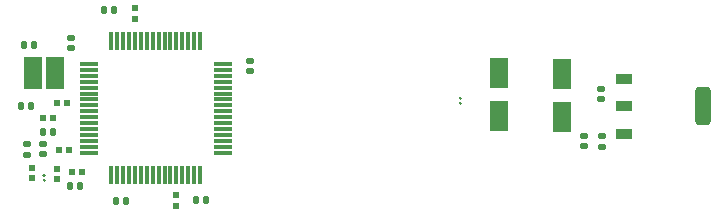
<source format=gbr>
%TF.GenerationSoftware,KiCad,Pcbnew,7.0.9*%
%TF.CreationDate,2024-02-06T13:27:41-04:00*%
%TF.ProjectId,proyecto_micro_v1,70726f79-6563-4746-9f5f-6d6963726f5f,rev?*%
%TF.SameCoordinates,Original*%
%TF.FileFunction,Paste,Top*%
%TF.FilePolarity,Positive*%
%FSLAX46Y46*%
G04 Gerber Fmt 4.6, Leading zero omitted, Abs format (unit mm)*
G04 Created by KiCad (PCBNEW 7.0.9) date 2024-02-06 13:27:41*
%MOMM*%
%LPD*%
G01*
G04 APERTURE LIST*
G04 Aperture macros list*
%AMRoundRect*
0 Rectangle with rounded corners*
0 $1 Rounding radius*
0 $2 $3 $4 $5 $6 $7 $8 $9 X,Y pos of 4 corners*
0 Add a 4 corners polygon primitive as box body*
4,1,4,$2,$3,$4,$5,$6,$7,$8,$9,$2,$3,0*
0 Add four circle primitives for the rounded corners*
1,1,$1+$1,$2,$3*
1,1,$1+$1,$4,$5*
1,1,$1+$1,$6,$7*
1,1,$1+$1,$8,$9*
0 Add four rect primitives between the rounded corners*
20,1,$1+$1,$2,$3,$4,$5,0*
20,1,$1+$1,$4,$5,$6,$7,0*
20,1,$1+$1,$6,$7,$8,$9,0*
20,1,$1+$1,$8,$9,$2,$3,0*%
G04 Aperture macros list end*
%ADD10C,0.128000*%
%ADD11RoundRect,0.075600X-0.194400X0.224400X-0.194400X-0.224400X0.194400X-0.224400X0.194400X0.224400X0*%
%ADD12RoundRect,0.075000X-0.700000X-0.075000X0.700000X-0.075000X0.700000X0.075000X-0.700000X0.075000X0*%
%ADD13RoundRect,0.075000X-0.075000X-0.700000X0.075000X-0.700000X0.075000X0.700000X-0.075000X0.700000X0*%
%ADD14RoundRect,0.075600X-0.224400X-0.194400X0.224400X-0.194400X0.224400X0.194400X-0.224400X0.194400X0*%
%ADD15RoundRect,0.075600X0.224400X0.194400X-0.224400X0.194400X-0.224400X-0.194400X0.224400X-0.194400X0*%
%ADD16RoundRect,0.065100X-0.589900X-0.399900X0.589900X-0.399900X0.589900X0.399900X-0.589900X0.399900X0*%
%ADD17RoundRect,0.314400X-0.340600X-1.305600X0.340600X-1.305600X0.340600X1.305600X-0.340600X1.305600X0*%
%ADD18R,0.560000X0.600000*%
%ADD19R,0.600000X0.560000*%
%ADD20RoundRect,0.250000X0.550000X-1.050000X0.550000X1.050000X-0.550000X1.050000X-0.550000X-1.050000X0*%
%ADD21R,0.600000X0.540000*%
%ADD22R,1.500000X2.700000*%
%ADD23RoundRect,0.075600X0.194400X-0.224400X0.194400X0.224400X-0.194400X0.224400X-0.194400X-0.224400X0*%
G04 APERTURE END LIST*
D10*
%TO.C,U4*%
X138144000Y-81902000D02*
G75*
G03*
X138144000Y-81902000I-64000J0D01*
G01*
X138144000Y-82318000D02*
G75*
G03*
X138144000Y-82318000I-64000J0D01*
G01*
%TO.C,U5*%
X173384000Y-75778000D02*
G75*
G03*
X173384000Y-75778000I-64000J0D01*
G01*
X173384000Y-75362000D02*
G75*
G03*
X173384000Y-75362000I-64000J0D01*
G01*
%TD*%
D11*
%TO.C,C12*%
X137230000Y-70880000D03*
X136370000Y-70880000D03*
%TD*%
D12*
%TO.C,IC1*%
X141855000Y-72480000D03*
X141855000Y-72980000D03*
X141855000Y-73480000D03*
X141855000Y-73980000D03*
X141855000Y-74480000D03*
X141855000Y-74980000D03*
X141855000Y-75480000D03*
X141855000Y-75980000D03*
X141855000Y-76480000D03*
X141855000Y-76980000D03*
X141855000Y-77480000D03*
X141855000Y-77980000D03*
X141855000Y-78480000D03*
X141855000Y-78980000D03*
X141855000Y-79480000D03*
X141855000Y-79980000D03*
D13*
X143780000Y-81905000D03*
X144280000Y-81905000D03*
X144780000Y-81905000D03*
X145280000Y-81905000D03*
X145780000Y-81905000D03*
X146280000Y-81905000D03*
X146780000Y-81905000D03*
X147280000Y-81905000D03*
X147780000Y-81905000D03*
X148280000Y-81905000D03*
X148780000Y-81905000D03*
X149280000Y-81905000D03*
X149780000Y-81905000D03*
X150280000Y-81905000D03*
X150780000Y-81905000D03*
X151280000Y-81905000D03*
D12*
X153205000Y-79980000D03*
X153205000Y-79480000D03*
X153205000Y-78980000D03*
X153205000Y-78480000D03*
X153205000Y-77980000D03*
X153205000Y-77480000D03*
X153205000Y-76980000D03*
X153205000Y-76480000D03*
X153205000Y-75980000D03*
X153205000Y-75480000D03*
X153205000Y-74980000D03*
X153205000Y-74480000D03*
X153205000Y-73980000D03*
X153205000Y-73480000D03*
X153205000Y-72980000D03*
X153205000Y-72480000D03*
D13*
X151280000Y-70555000D03*
X150780000Y-70555000D03*
X150280000Y-70555000D03*
X149780000Y-70555000D03*
X149280000Y-70555000D03*
X148780000Y-70555000D03*
X148280000Y-70555000D03*
X147780000Y-70555000D03*
X147280000Y-70555000D03*
X146780000Y-70555000D03*
X146280000Y-70555000D03*
X145780000Y-70555000D03*
X145280000Y-70555000D03*
X144780000Y-70555000D03*
X144280000Y-70555000D03*
X143780000Y-70555000D03*
%TD*%
D14*
%TO.C,C4*%
X155490000Y-72180000D03*
X155490000Y-73040000D03*
%TD*%
D15*
%TO.C,C7*%
X136640000Y-80150000D03*
X136640000Y-79290000D03*
%TD*%
D11*
%TO.C,C2*%
X151824000Y-84018000D03*
X150964000Y-84018000D03*
%TD*%
D16*
%TO.C,U1*%
X187215000Y-73780000D03*
X187215000Y-76070000D03*
X187215000Y-78360000D03*
D17*
X193905000Y-76070000D03*
%TD*%
D18*
%TO.C,R6*%
X141335000Y-81610000D03*
X140465000Y-81610000D03*
%TD*%
D15*
%TO.C,C8*%
X137978000Y-80124000D03*
X137978000Y-79264000D03*
%TD*%
D19*
%TO.C,R3*%
X145760000Y-68645000D03*
X145760000Y-67775000D03*
%TD*%
D11*
%TO.C,C11*%
X136950000Y-76040000D03*
X136090000Y-76040000D03*
%TD*%
D18*
%TO.C,R5*%
X139360000Y-79720000D03*
X140230000Y-79720000D03*
%TD*%
D20*
%TO.C,U3*%
X176610000Y-76860000D03*
X176610000Y-73260000D03*
%TD*%
D21*
%TO.C,L1*%
X137040000Y-82162000D03*
X137040000Y-81298000D03*
%TD*%
D15*
%TO.C,C3*%
X140390000Y-71110000D03*
X140390000Y-70250000D03*
%TD*%
D11*
%TO.C,C9*%
X138850000Y-78190000D03*
X137990000Y-78190000D03*
%TD*%
D14*
%TO.C,C13*%
X185278500Y-78600000D03*
X185278500Y-79460000D03*
%TD*%
D11*
%TO.C,C14*%
X141130000Y-82840000D03*
X140270000Y-82840000D03*
%TD*%
%TO.C,C5*%
X145051000Y-84074000D03*
X144191000Y-84074000D03*
%TD*%
D18*
%TO.C,R7*%
X140065000Y-75780000D03*
X139195000Y-75780000D03*
%TD*%
D22*
%TO.C,Y1*%
X139010000Y-73270000D03*
X137110000Y-73270000D03*
%TD*%
D20*
%TO.C,U2*%
X181970000Y-76930000D03*
X181970000Y-73330000D03*
%TD*%
D19*
%TO.C,R1*%
X149291000Y-84463000D03*
X149291000Y-83593000D03*
%TD*%
D14*
%TO.C,C10*%
X183758500Y-78547000D03*
X183758500Y-79407000D03*
%TD*%
D18*
%TO.C,R2*%
X138855000Y-77070000D03*
X137985000Y-77070000D03*
%TD*%
D19*
%TO.C,R4*%
X139170000Y-82195000D03*
X139170000Y-81325000D03*
%TD*%
D23*
%TO.C,C1*%
X143121000Y-67862000D03*
X143981000Y-67862000D03*
%TD*%
D15*
%TO.C,C6*%
X185223500Y-75447000D03*
X185223500Y-74587000D03*
%TD*%
M02*

</source>
